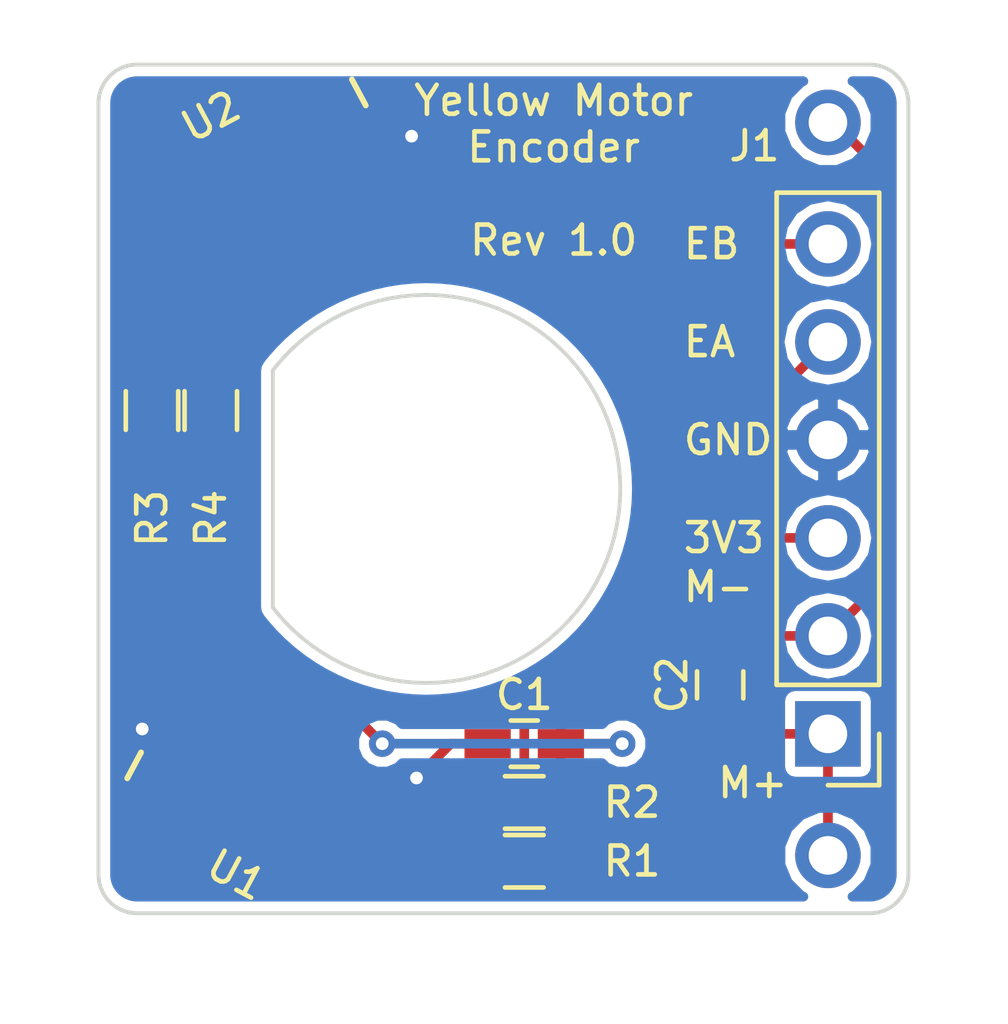
<source format=kicad_pcb>
(kicad_pcb (version 4) (host pcbnew 4.0.7-e2-6376~58~ubuntu16.04.1)

  (general
    (links 20)
    (no_connects 0)
    (area 115.938702 114.296994 142.11402 140.98759)
    (thickness 1.6)
    (drawings 246)
    (tracks 68)
    (zones 0)
    (modules 10)
    (nets 9)
  )

  (page A4)
  (layers
    (0 F.Cu signal)
    (31 B.Cu signal)
    (32 B.Adhes user)
    (33 F.Adhes user)
    (34 B.Paste user)
    (35 F.Paste user)
    (36 B.SilkS user)
    (37 F.SilkS user)
    (38 B.Mask user)
    (39 F.Mask user)
    (40 Dwgs.User user hide)
    (41 Cmts.User user)
    (42 Eco1.User user)
    (43 Eco2.User user)
    (44 Edge.Cuts user)
    (45 Margin user)
    (46 B.CrtYd user)
    (47 F.CrtYd user)
    (48 B.Fab user)
    (49 F.Fab user)
  )

  (setup
    (last_trace_width 0.25)
    (trace_clearance 0.1524)
    (zone_clearance 0.254)
    (zone_45_only no)
    (trace_min 0.1524)
    (segment_width 0.2)
    (edge_width 0.2)
    (via_size 0.6858)
    (via_drill 0.3302)
    (via_min_size 0.6858)
    (via_min_drill 0.3302)
    (uvia_size 0.6858)
    (uvia_drill 0.1)
    (uvias_allowed no)
    (uvia_min_size 0)
    (uvia_min_drill 0)
    (pcb_text_width 0.3)
    (pcb_text_size 1.5 1.5)
    (mod_edge_width 0.15)
    (mod_text_size 0.75 0.75)
    (mod_text_width 0.12)
    (pad_size 1.524 1.524)
    (pad_drill 0.762)
    (pad_to_mask_clearance 0.0508)
    (aux_axis_origin 0 0)
    (visible_elements FFFFFF7F)
    (pcbplotparams
      (layerselection 0x00030_80000001)
      (usegerberextensions false)
      (excludeedgelayer true)
      (linewidth 0.100000)
      (plotframeref false)
      (viasonmask false)
      (mode 1)
      (useauxorigin false)
      (hpglpennumber 1)
      (hpglpenspeed 20)
      (hpglpendiameter 15)
      (hpglpenoverlay 2)
      (psnegative false)
      (psa4output false)
      (plotreference true)
      (plotvalue true)
      (plotinvisibletext false)
      (padsonsilk false)
      (subtractmaskfromsilk false)
      (outputformat 1)
      (mirror false)
      (drillshape 1)
      (scaleselection 1)
      (outputdirectory ""))
  )

  (net 0 "")
  (net 1 +3V3)
  (net 2 GND)
  (net 3 /M+)
  (net 4 /M-)
  (net 5 /E_A)
  (net 6 /E_B)
  (net 7 "Net-(R1-Pad2)")
  (net 8 "Net-(R3-Pad2)")

  (net_class Default "This is the default net class."
    (clearance 0.1524)
    (trace_width 0.25)
    (via_dia 0.6858)
    (via_drill 0.3302)
    (uvia_dia 0.6858)
    (uvia_drill 0.1)
    (add_net +3V3)
    (add_net /E_A)
    (add_net /E_B)
    (add_net /M+)
    (add_net /M-)
    (add_net GND)
    (add_net "Net-(R1-Pad2)")
    (add_net "Net-(R3-Pad2)")
  )

  (module Capacitors_SMD:C_0603_HandSoldering (layer F.Cu) (tedit 5AA2F151) (tstamp 5A813794)
    (at 129.54 133.604 180)
    (descr "Capacitor SMD 0603, hand soldering")
    (tags "capacitor 0603")
    (path /5A815FA6)
    (attr smd)
    (fp_text reference C1 (at 0 1.27 180) (layer F.SilkS)
      (effects (font (size 0.75 0.75) (thickness 0.12)))
    )
    (fp_text value 0.1uF (at 0 1.5 180) (layer F.Fab)
      (effects (font (size 1 1) (thickness 0.15)))
    )
    (fp_text user %R (at 0 -1.25 180) (layer F.Fab)
      (effects (font (size 1 1) (thickness 0.15)))
    )
    (fp_line (start -0.8 0.4) (end -0.8 -0.4) (layer F.Fab) (width 0.1))
    (fp_line (start 0.8 0.4) (end -0.8 0.4) (layer F.Fab) (width 0.1))
    (fp_line (start 0.8 -0.4) (end 0.8 0.4) (layer F.Fab) (width 0.1))
    (fp_line (start -0.8 -0.4) (end 0.8 -0.4) (layer F.Fab) (width 0.1))
    (fp_line (start -0.35 -0.6) (end 0.35 -0.6) (layer F.SilkS) (width 0.12))
    (fp_line (start 0.35 0.6) (end -0.35 0.6) (layer F.SilkS) (width 0.12))
    (fp_line (start -1.8 -0.65) (end 1.8 -0.65) (layer F.CrtYd) (width 0.05))
    (fp_line (start -1.8 -0.65) (end -1.8 0.65) (layer F.CrtYd) (width 0.05))
    (fp_line (start 1.8 0.65) (end 1.8 -0.65) (layer F.CrtYd) (width 0.05))
    (fp_line (start 1.8 0.65) (end -1.8 0.65) (layer F.CrtYd) (width 0.05))
    (pad 1 smd rect (at -0.95 0 180) (size 1.2 0.75) (layers F.Cu F.Paste F.Mask)
      (net 1 +3V3))
    (pad 2 smd rect (at 0.95 0 180) (size 1.2 0.75) (layers F.Cu F.Paste F.Mask)
      (net 2 GND))
    (model Capacitors_SMD.3dshapes/C_0603.wrl
      (at (xyz 0 0 0))
      (scale (xyz 1 1 1))
      (rotate (xyz 0 0 0))
    )
  )

  (module Capacitors_SMD:C_0603_HandSoldering (layer F.Cu) (tedit 5AA2F16B) (tstamp 5A81379A)
    (at 134.62 132.08 90)
    (descr "Capacitor SMD 0603, hand soldering")
    (tags "capacitor 0603")
    (path /5A81589B)
    (attr smd)
    (fp_text reference C2 (at 0 -1.25 90) (layer F.SilkS)
      (effects (font (size 0.75 0.75) (thickness 0.12)))
    )
    (fp_text value 0.1uF (at 0 1.5 90) (layer F.Fab)
      (effects (font (size 1 1) (thickness 0.15)))
    )
    (fp_text user %R (at 0 -1.25 90) (layer F.Fab)
      (effects (font (size 1 1) (thickness 0.15)))
    )
    (fp_line (start -0.8 0.4) (end -0.8 -0.4) (layer F.Fab) (width 0.1))
    (fp_line (start 0.8 0.4) (end -0.8 0.4) (layer F.Fab) (width 0.1))
    (fp_line (start 0.8 -0.4) (end 0.8 0.4) (layer F.Fab) (width 0.1))
    (fp_line (start -0.8 -0.4) (end 0.8 -0.4) (layer F.Fab) (width 0.1))
    (fp_line (start -0.35 -0.6) (end 0.35 -0.6) (layer F.SilkS) (width 0.12))
    (fp_line (start 0.35 0.6) (end -0.35 0.6) (layer F.SilkS) (width 0.12))
    (fp_line (start -1.8 -0.65) (end 1.8 -0.65) (layer F.CrtYd) (width 0.05))
    (fp_line (start -1.8 -0.65) (end -1.8 0.65) (layer F.CrtYd) (width 0.05))
    (fp_line (start 1.8 0.65) (end 1.8 -0.65) (layer F.CrtYd) (width 0.05))
    (fp_line (start 1.8 0.65) (end -1.8 0.65) (layer F.CrtYd) (width 0.05))
    (pad 1 smd rect (at -0.95 0 90) (size 1.2 0.75) (layers F.Cu F.Paste F.Mask)
      (net 3 /M+))
    (pad 2 smd rect (at 0.95 0 90) (size 1.2 0.75) (layers F.Cu F.Paste F.Mask)
      (net 4 /M-))
    (model Capacitors_SMD.3dshapes/C_0603.wrl
      (at (xyz 0 0 0))
      (scale (xyz 1 1 1))
      (rotate (xyz 0 0 0))
    )
  )

  (module Pin_Headers:Pin_Header_Straight_1x06_Pitch2.54mm (layer F.Cu) (tedit 5AA36EEE) (tstamp 5A8137A4)
    (at 137.414 133.35 180)
    (descr "Through hole straight pin header, 1x06, 2.54mm pitch, single row")
    (tags "Through hole pin header THT 1x06 2.54mm single row")
    (path /5A8151DC)
    (fp_text reference J1 (at 1.905 15.24 180) (layer F.SilkS)
      (effects (font (size 0.75 0.75) (thickness 0.12)))
    )
    (fp_text value Conn_01x06 (at 0 15.03 180) (layer F.Fab)
      (effects (font (size 1 1) (thickness 0.15)))
    )
    (fp_line (start -0.635 -1.27) (end 1.27 -1.27) (layer F.Fab) (width 0.1))
    (fp_line (start 1.27 -1.27) (end 1.27 13.97) (layer F.Fab) (width 0.1))
    (fp_line (start 1.27 13.97) (end -1.27 13.97) (layer F.Fab) (width 0.1))
    (fp_line (start -1.27 13.97) (end -1.27 -0.635) (layer F.Fab) (width 0.1))
    (fp_line (start -1.27 -0.635) (end -0.635 -1.27) (layer F.Fab) (width 0.1))
    (fp_line (start -1.33 14.03) (end 1.33 14.03) (layer F.SilkS) (width 0.12))
    (fp_line (start -1.33 1.27) (end -1.33 14.03) (layer F.SilkS) (width 0.12))
    (fp_line (start 1.33 1.27) (end 1.33 14.03) (layer F.SilkS) (width 0.12))
    (fp_line (start -1.33 1.27) (end 1.33 1.27) (layer F.SilkS) (width 0.12))
    (fp_line (start -1.33 0) (end -1.33 -1.33) (layer F.SilkS) (width 0.12))
    (fp_line (start -1.33 -1.33) (end 0 -1.33) (layer F.SilkS) (width 0.12))
    (fp_line (start -1.8 -1.8) (end -1.8 14.5) (layer F.CrtYd) (width 0.05))
    (fp_line (start -1.8 14.5) (end 1.8 14.5) (layer F.CrtYd) (width 0.05))
    (fp_line (start 1.8 14.5) (end 1.8 -1.8) (layer F.CrtYd) (width 0.05))
    (fp_line (start 1.8 -1.8) (end -1.8 -1.8) (layer F.CrtYd) (width 0.05))
    (fp_text user %R (at 0 6.35 270) (layer F.Fab)
      (effects (font (size 1 1) (thickness 0.15)))
    )
    (pad 1 thru_hole rect (at 0 0 180) (size 1.7 1.7) (drill 1) (layers *.Cu *.Mask)
      (net 3 /M+))
    (pad 2 thru_hole oval (at 0 2.54 180) (size 1.7 1.7) (drill 1) (layers *.Cu *.Mask)
      (net 4 /M-))
    (pad 3 thru_hole oval (at 0 5.08 180) (size 1.7 1.7) (drill 1) (layers *.Cu *.Mask)
      (net 1 +3V3))
    (pad 4 thru_hole oval (at 0 7.62 180) (size 1.7 1.7) (drill 1) (layers *.Cu *.Mask)
      (net 2 GND))
    (pad 5 thru_hole oval (at 0 10.16 180) (size 1.7 1.7) (drill 1) (layers *.Cu *.Mask)
      (net 5 /E_A))
    (pad 6 thru_hole oval (at 0 12.7 180) (size 1.7 1.7) (drill 1) (layers *.Cu *.Mask)
      (net 6 /E_B))
    (model ${KISYS3DMOD}/Pin_Headers.3dshapes/Pin_Header_Straight_1x06_Pitch2.54mm.wrl
      (at (xyz 0 0 0))
      (scale (xyz 1 1 1))
      (rotate (xyz 0 0 0))
    )
  )

  (module Resistors_SMD:R_0603_HandSoldering (layer F.Cu) (tedit 5AA2ED9A) (tstamp 5A8137B0)
    (at 129.54 136.652 180)
    (descr "Resistor SMD 0603, hand soldering")
    (tags "resistor 0603")
    (path /5A812BD1)
    (attr smd)
    (fp_text reference R1 (at -2.794 0 180) (layer F.SilkS)
      (effects (font (size 0.75 0.75) (thickness 0.12)))
    )
    (fp_text value R (at 0 1.55 180) (layer F.Fab)
      (effects (font (size 1 1) (thickness 0.15)))
    )
    (fp_text user %R (at 0 0 180) (layer F.Fab)
      (effects (font (size 0.4 0.4) (thickness 0.075)))
    )
    (fp_line (start -0.8 0.4) (end -0.8 -0.4) (layer F.Fab) (width 0.1))
    (fp_line (start 0.8 0.4) (end -0.8 0.4) (layer F.Fab) (width 0.1))
    (fp_line (start 0.8 -0.4) (end 0.8 0.4) (layer F.Fab) (width 0.1))
    (fp_line (start -0.8 -0.4) (end 0.8 -0.4) (layer F.Fab) (width 0.1))
    (fp_line (start 0.5 0.68) (end -0.5 0.68) (layer F.SilkS) (width 0.12))
    (fp_line (start -0.5 -0.68) (end 0.5 -0.68) (layer F.SilkS) (width 0.12))
    (fp_line (start -1.96 -0.7) (end 1.95 -0.7) (layer F.CrtYd) (width 0.05))
    (fp_line (start -1.96 -0.7) (end -1.96 0.7) (layer F.CrtYd) (width 0.05))
    (fp_line (start 1.95 0.7) (end 1.95 -0.7) (layer F.CrtYd) (width 0.05))
    (fp_line (start 1.95 0.7) (end -1.96 0.7) (layer F.CrtYd) (width 0.05))
    (pad 1 smd rect (at -1.1 0 180) (size 1.2 0.9) (layers F.Cu F.Paste F.Mask)
      (net 1 +3V3))
    (pad 2 smd rect (at 1.1 0 180) (size 1.2 0.9) (layers F.Cu F.Paste F.Mask)
      (net 7 "Net-(R1-Pad2)"))
    (model ${KISYS3DMOD}/Resistors_SMD.3dshapes/R_0603.wrl
      (at (xyz 0 0 0))
      (scale (xyz 1 1 1))
      (rotate (xyz 0 0 0))
    )
  )

  (module Resistors_SMD:R_0603_HandSoldering (layer F.Cu) (tedit 5AA2ED99) (tstamp 5A8137B6)
    (at 129.54 135.128 180)
    (descr "Resistor SMD 0603, hand soldering")
    (tags "resistor 0603")
    (path /5A812C4C)
    (attr smd)
    (fp_text reference R2 (at -2.794 0 180) (layer F.SilkS)
      (effects (font (size 0.75 0.75) (thickness 0.12)))
    )
    (fp_text value R (at 0 1.55 180) (layer F.Fab)
      (effects (font (size 1 1) (thickness 0.15)))
    )
    (fp_text user %R (at 0 0 180) (layer F.Fab)
      (effects (font (size 0.4 0.4) (thickness 0.075)))
    )
    (fp_line (start -0.8 0.4) (end -0.8 -0.4) (layer F.Fab) (width 0.1))
    (fp_line (start 0.8 0.4) (end -0.8 0.4) (layer F.Fab) (width 0.1))
    (fp_line (start 0.8 -0.4) (end 0.8 0.4) (layer F.Fab) (width 0.1))
    (fp_line (start -0.8 -0.4) (end 0.8 -0.4) (layer F.Fab) (width 0.1))
    (fp_line (start 0.5 0.68) (end -0.5 0.68) (layer F.SilkS) (width 0.12))
    (fp_line (start -0.5 -0.68) (end 0.5 -0.68) (layer F.SilkS) (width 0.12))
    (fp_line (start -1.96 -0.7) (end 1.95 -0.7) (layer F.CrtYd) (width 0.05))
    (fp_line (start -1.96 -0.7) (end -1.96 0.7) (layer F.CrtYd) (width 0.05))
    (fp_line (start 1.95 0.7) (end 1.95 -0.7) (layer F.CrtYd) (width 0.05))
    (fp_line (start 1.95 0.7) (end -1.96 0.7) (layer F.CrtYd) (width 0.05))
    (pad 1 smd rect (at -1.1 0 180) (size 1.2 0.9) (layers F.Cu F.Paste F.Mask)
      (net 1 +3V3))
    (pad 2 smd rect (at 1.1 0 180) (size 1.2 0.9) (layers F.Cu F.Paste F.Mask)
      (net 5 /E_A))
    (model ${KISYS3DMOD}/Resistors_SMD.3dshapes/R_0603.wrl
      (at (xyz 0 0 0))
      (scale (xyz 1 1 1))
      (rotate (xyz 0 0 0))
    )
  )

  (module Resistors_SMD:R_0603_HandSoldering (layer F.Cu) (tedit 5AA2F171) (tstamp 5A8137BC)
    (at 119.888 124.968 90)
    (descr "Resistor SMD 0603, hand soldering")
    (tags "resistor 0603")
    (path /5A812D33)
    (attr smd)
    (fp_text reference R3 (at -2.794 0 90) (layer F.SilkS)
      (effects (font (size 0.75 0.75) (thickness 0.12)))
    )
    (fp_text value R (at 0 1.55 90) (layer F.Fab)
      (effects (font (size 1 1) (thickness 0.15)))
    )
    (fp_text user %R (at 0 0 90) (layer F.Fab)
      (effects (font (size 0.4 0.4) (thickness 0.075)))
    )
    (fp_line (start -0.8 0.4) (end -0.8 -0.4) (layer F.Fab) (width 0.1))
    (fp_line (start 0.8 0.4) (end -0.8 0.4) (layer F.Fab) (width 0.1))
    (fp_line (start 0.8 -0.4) (end 0.8 0.4) (layer F.Fab) (width 0.1))
    (fp_line (start -0.8 -0.4) (end 0.8 -0.4) (layer F.Fab) (width 0.1))
    (fp_line (start 0.5 0.68) (end -0.5 0.68) (layer F.SilkS) (width 0.12))
    (fp_line (start -0.5 -0.68) (end 0.5 -0.68) (layer F.SilkS) (width 0.12))
    (fp_line (start -1.96 -0.7) (end 1.95 -0.7) (layer F.CrtYd) (width 0.05))
    (fp_line (start -1.96 -0.7) (end -1.96 0.7) (layer F.CrtYd) (width 0.05))
    (fp_line (start 1.95 0.7) (end 1.95 -0.7) (layer F.CrtYd) (width 0.05))
    (fp_line (start 1.95 0.7) (end -1.96 0.7) (layer F.CrtYd) (width 0.05))
    (pad 1 smd rect (at -1.1 0 90) (size 1.2 0.9) (layers F.Cu F.Paste F.Mask)
      (net 1 +3V3))
    (pad 2 smd rect (at 1.1 0 90) (size 1.2 0.9) (layers F.Cu F.Paste F.Mask)
      (net 8 "Net-(R3-Pad2)"))
    (model ${KISYS3DMOD}/Resistors_SMD.3dshapes/R_0603.wrl
      (at (xyz 0 0 0))
      (scale (xyz 1 1 1))
      (rotate (xyz 0 0 0))
    )
  )

  (module Resistors_SMD:R_0603_HandSoldering (layer F.Cu) (tedit 5AA2F175) (tstamp 5A8137C2)
    (at 121.412 124.968 90)
    (descr "Resistor SMD 0603, hand soldering")
    (tags "resistor 0603")
    (path /5A812D60)
    (attr smd)
    (fp_text reference R4 (at -2.794 0 90) (layer F.SilkS)
      (effects (font (size 0.75 0.75) (thickness 0.12)))
    )
    (fp_text value R (at 0 1.55 90) (layer F.Fab)
      (effects (font (size 1 1) (thickness 0.15)))
    )
    (fp_text user %R (at 0 0 90) (layer F.Fab)
      (effects (font (size 0.4 0.4) (thickness 0.075)))
    )
    (fp_line (start -0.8 0.4) (end -0.8 -0.4) (layer F.Fab) (width 0.1))
    (fp_line (start 0.8 0.4) (end -0.8 0.4) (layer F.Fab) (width 0.1))
    (fp_line (start 0.8 -0.4) (end 0.8 0.4) (layer F.Fab) (width 0.1))
    (fp_line (start -0.8 -0.4) (end 0.8 -0.4) (layer F.Fab) (width 0.1))
    (fp_line (start 0.5 0.68) (end -0.5 0.68) (layer F.SilkS) (width 0.12))
    (fp_line (start -0.5 -0.68) (end 0.5 -0.68) (layer F.SilkS) (width 0.12))
    (fp_line (start -1.96 -0.7) (end 1.95 -0.7) (layer F.CrtYd) (width 0.05))
    (fp_line (start -1.96 -0.7) (end -1.96 0.7) (layer F.CrtYd) (width 0.05))
    (fp_line (start 1.95 0.7) (end 1.95 -0.7) (layer F.CrtYd) (width 0.05))
    (fp_line (start 1.95 0.7) (end -1.96 0.7) (layer F.CrtYd) (width 0.05))
    (pad 1 smd rect (at -1.1 0 90) (size 1.2 0.9) (layers F.Cu F.Paste F.Mask)
      (net 1 +3V3))
    (pad 2 smd rect (at 1.1 0 90) (size 1.2 0.9) (layers F.Cu F.Paste F.Mask)
      (net 6 /E_B))
    (model ${KISYS3DMOD}/Resistors_SMD.3dshapes/R_0603.wrl
      (at (xyz 0 0 0))
      (scale (xyz 1 1 1))
      (rotate (xyz 0 0 0))
    )
  )

  (module Encoder_Lib:Yellow_Motor (layer F.Cu) (tedit 5AA2EDAE) (tstamp 5A8137AA)
    (at 137.414 127 90)
    (path /5A8153C2)
    (fp_text reference M1 (at 9.652 -2.54 180) (layer F.SilkS) hide
      (effects (font (size 0.75 0.75) (thickness 0.12)))
    )
    (fp_text value Motor (at 0 0.635 90) (layer F.Fab)
      (effects (font (size 1 1) (thickness 0.15)))
    )
    (pad 1 thru_hole circle (at -9.5 0 90) (size 1.7 1.7) (drill 1) (layers *.Cu *.Mask)
      (net 3 /M+))
    (pad 2 thru_hole circle (at 9.5 0 90) (size 1.7 1.7) (drill 1) (layers *.Cu *.Mask)
      (net 4 /M-))
  )

  (module Encoder_Lib:QRE1113GR (layer F.Cu) (tedit 5AA2F0C9) (tstamp 5A8137D2)
    (at 122.757 119.063 208.1)
    (path /5A8127DC)
    (fp_text reference U2 (at 0.378675 2.146359 208.1) (layer F.SilkS)
      (effects (font (size 0.75 0.75) (thickness 0.12)))
    )
    (fp_text value QRE1113GR (at 1.27 2.794 208.1) (layer F.Fab)
      (effects (font (size 1 1) (thickness 0.15)))
    )
    (fp_line (start -3.302 1.27) (end -3.302 0.508) (layer F.SilkS) (width 0.15))
    (pad 1 smd rect (at -2 0.9 208.1) (size 1.66 0.79) (layers F.Cu F.Paste F.Mask)
      (net 2 GND))
    (pad 2 smd rect (at 2 0.9 208.1) (size 1.66 0.79) (layers F.Cu F.Paste F.Mask)
      (net 8 "Net-(R3-Pad2)"))
    (pad 3 smd rect (at 2 -0.9 208.1) (size 1.66 0.79) (layers F.Cu F.Paste F.Mask)
      (net 6 /E_B))
    (pad 4 smd rect (at -2 -0.9 208.1) (size 1.66 0.79) (layers F.Cu F.Paste F.Mask)
      (net 2 GND))
  )

  (module Encoder_Lib:QRE1113GR (layer F.Cu) (tedit 5AA2F0C9) (tstamp 5A8137CA)
    (at 122.757 134.937 331.9)
    (path /5A8127AF)
    (fp_text reference U1 (at 0.378675 2.146359 331.9) (layer F.SilkS)
      (effects (font (size 0.75 0.75) (thickness 0.12)))
    )
    (fp_text value QRE1113GR (at 1.27 2.794 331.9) (layer F.Fab)
      (effects (font (size 1 1) (thickness 0.15)))
    )
    (fp_line (start -3.302 1.27) (end -3.302 0.508) (layer F.SilkS) (width 0.15))
    (pad 1 smd rect (at -2 0.9 331.9) (size 1.66 0.79) (layers F.Cu F.Paste F.Mask)
      (net 2 GND))
    (pad 2 smd rect (at 2 0.9 331.9) (size 1.66 0.79) (layers F.Cu F.Paste F.Mask)
      (net 7 "Net-(R1-Pad2)"))
    (pad 3 smd rect (at 2 -0.9 331.9) (size 1.66 0.79) (layers F.Cu F.Paste F.Mask)
      (net 5 /E_A))
    (pad 4 smd rect (at -2 -0.9 331.9) (size 1.66 0.79) (layers F.Cu F.Paste F.Mask)
      (net 2 GND))
  )

  (gr_line (start 127 132.03) (end 126.684189 132.02007) (layer Edge.Cuts) (width 0.1))
  (gr_line (start 127.315826 132.02007) (end 127 132.03) (layer Edge.Cuts) (width 0.1))
  (gr_line (start 127.630417 131.99033) (end 127.315826 132.02007) (layer Edge.Cuts) (width 0.1))
  (gr_line (start 127.94252 131.9409) (end 127.630417 131.99033) (layer Edge.Cuts) (width 0.1))
  (gr_line (start 128.2509 131.87196) (end 127.94252 131.9409) (layer Edge.Cuts) (width 0.1))
  (gr_line (start 128.55435 131.78381) (end 128.2509 131.87196) (layer Edge.Cuts) (width 0.1))
  (gr_line (start 128.85165 131.67677) (end 128.55435 131.78381) (layer Edge.Cuts) (width 0.1))
  (gr_line (start 129.14166 131.55127) (end 128.85165 131.67677) (layer Edge.Cuts) (width 0.1))
  (gr_line (start 129.42322 131.40782) (end 129.14166 131.55127) (layer Edge.Cuts) (width 0.1))
  (gr_line (start 129.69521 131.24696) (end 129.42322 131.40782) (layer Edge.Cuts) (width 0.1))
  (gr_line (start 129.95656 131.06935) (end 129.69521 131.24696) (layer Edge.Cuts) (width 0.1))
  (gr_line (start 130.20624 130.87567) (end 129.95656 131.06935) (layer Edge.Cuts) (width 0.1))
  (gr_line (start 130.44327 130.6667) (end 130.20624 130.87567) (layer Edge.Cuts) (width 0.1))
  (gr_line (start 130.6667 130.44325) (end 130.44327 130.6667) (layer Edge.Cuts) (width 0.1))
  (gr_line (start 130.87567 130.20622) (end 130.6667 130.44325) (layer Edge.Cuts) (width 0.1))
  (gr_line (start 131.06935 129.95654) (end 130.87567 130.20622) (layer Edge.Cuts) (width 0.1))
  (gr_line (start 131.24696 129.69519) (end 131.06935 129.95654) (layer Edge.Cuts) (width 0.1))
  (gr_line (start 131.40782 129.4232) (end 131.24696 129.69519) (layer Edge.Cuts) (width 0.1))
  (gr_line (start 131.55127 129.14165) (end 131.40782 129.4232) (layer Edge.Cuts) (width 0.1))
  (gr_line (start 131.67677 128.85164) (end 131.55127 129.14165) (layer Edge.Cuts) (width 0.1))
  (gr_line (start 131.78381 128.55434) (end 131.67677 128.85164) (layer Edge.Cuts) (width 0.1))
  (gr_line (start 131.87196 128.25089) (end 131.78381 128.55434) (layer Edge.Cuts) (width 0.1))
  (gr_line (start 131.9409 127.942505) (end 131.87196 128.25089) (layer Edge.Cuts) (width 0.1))
  (gr_line (start 131.99033 127.630402) (end 131.9409 127.942505) (layer Edge.Cuts) (width 0.1))
  (gr_line (start 132.02007 127.315811) (end 131.99033 127.630402) (layer Edge.Cuts) (width 0.1))
  (gr_line (start 132.03 127) (end 132.02007 127.315811) (layer Edge.Cuts) (width 0.1))
  (gr_line (start 132.02007 126.684174) (end 132.03 127) (layer Edge.Cuts) (width 0.1))
  (gr_line (start 131.99033 126.369583) (end 132.02007 126.684174) (layer Edge.Cuts) (width 0.1))
  (gr_line (start 131.9409 126.05748) (end 131.99033 126.369583) (layer Edge.Cuts) (width 0.1))
  (gr_line (start 131.87196 125.7491) (end 131.9409 126.05748) (layer Edge.Cuts) (width 0.1))
  (gr_line (start 131.78381 125.44565) (end 131.87196 125.7491) (layer Edge.Cuts) (width 0.1))
  (gr_line (start 131.67677 125.14835) (end 131.78381 125.44565) (layer Edge.Cuts) (width 0.1))
  (gr_line (start 131.55127 124.85834) (end 131.67677 125.14835) (layer Edge.Cuts) (width 0.1))
  (gr_line (start 131.40782 124.57678) (end 131.55127 124.85834) (layer Edge.Cuts) (width 0.1))
  (gr_line (start 131.24696 124.30479) (end 131.40782 124.57678) (layer Edge.Cuts) (width 0.1))
  (gr_line (start 131.06935 124.04344) (end 131.24696 124.30479) (layer Edge.Cuts) (width 0.1))
  (gr_line (start 130.87567 123.79376) (end 131.06935 124.04344) (layer Edge.Cuts) (width 0.1))
  (gr_line (start 130.6667 123.55673) (end 130.87567 123.79376) (layer Edge.Cuts) (width 0.1))
  (gr_line (start 130.44325 123.3333) (end 130.6667 123.55673) (layer Edge.Cuts) (width 0.1))
  (gr_line (start 130.20622 123.12433) (end 130.44325 123.3333) (layer Edge.Cuts) (width 0.1))
  (gr_line (start 129.95654 122.93065) (end 130.20622 123.12433) (layer Edge.Cuts) (width 0.1))
  (gr_line (start 129.69519 122.75304) (end 129.95654 122.93065) (layer Edge.Cuts) (width 0.1))
  (gr_line (start 129.4232 122.59218) (end 129.69519 122.75304) (layer Edge.Cuts) (width 0.1))
  (gr_line (start 129.14165 122.44873) (end 129.4232 122.59218) (layer Edge.Cuts) (width 0.1))
  (gr_line (start 128.85164 122.32323) (end 129.14165 122.44873) (layer Edge.Cuts) (width 0.1))
  (gr_line (start 128.55434 122.21619) (end 128.85164 122.32323) (layer Edge.Cuts) (width 0.1))
  (gr_line (start 128.25089 122.12804) (end 128.55434 122.21619) (layer Edge.Cuts) (width 0.1))
  (gr_line (start 127.942505 122.0591) (end 128.25089 122.12804) (layer Edge.Cuts) (width 0.1))
  (gr_line (start 127.630402 122.00967) (end 127.942505 122.0591) (layer Edge.Cuts) (width 0.1))
  (gr_line (start 127.315811 121.97993) (end 127.630402 122.00967) (layer Edge.Cuts) (width 0.1))
  (gr_line (start 127 121.97) (end 127.315811 121.97993) (layer Edge.Cuts) (width 0.1))
  (gr_line (start 126.684174 121.97993) (end 127 121.97) (layer Edge.Cuts) (width 0.1))
  (gr_line (start 126.369583 122.00967) (end 126.684174 121.97993) (layer Edge.Cuts) (width 0.1))
  (gr_line (start 126.05748 122.0591) (end 126.369583 122.00967) (layer Edge.Cuts) (width 0.1))
  (gr_line (start 125.7491 122.12804) (end 126.05748 122.0591) (layer Edge.Cuts) (width 0.1))
  (gr_line (start 125.44565 122.21619) (end 125.7491 122.12804) (layer Edge.Cuts) (width 0.1))
  (gr_line (start 125.14835 122.32323) (end 125.44565 122.21619) (layer Edge.Cuts) (width 0.1))
  (gr_line (start 124.85834 122.44873) (end 125.14835 122.32323) (layer Edge.Cuts) (width 0.1))
  (gr_line (start 124.57678 122.59218) (end 124.85834 122.44873) (layer Edge.Cuts) (width 0.1))
  (gr_line (start 124.30479 122.75304) (end 124.57678 122.59218) (layer Edge.Cuts) (width 0.1))
  (gr_line (start 124.04344 122.93065) (end 124.30479 122.75304) (layer Edge.Cuts) (width 0.1))
  (gr_line (start 123.79376 123.12433) (end 124.04344 122.93065) (layer Edge.Cuts) (width 0.1))
  (gr_line (start 123.55673 123.3333) (end 123.79376 123.12433) (layer Edge.Cuts) (width 0.1))
  (gr_line (start 123.3333 123.55675) (end 123.55673 123.3333) (layer Edge.Cuts) (width 0.1))
  (gr_line (start 123.12433 123.79378) (end 123.3333 123.55675) (layer Edge.Cuts) (width 0.1))
  (gr_line (start 123.02 123.92827) (end 123.12433 123.79378) (layer Edge.Cuts) (width 0.1))
  (gr_line (start 123.02 130.07175) (end 123.02 123.92827) (layer Edge.Cuts) (width 0.1))
  (gr_line (start 123.12433 130.20624) (end 123.02 130.07175) (layer Edge.Cuts) (width 0.1))
  (gr_line (start 123.3333 130.44327) (end 123.12433 130.20624) (layer Edge.Cuts) (width 0.1))
  (gr_line (start 123.55675 130.6667) (end 123.3333 130.44327) (layer Edge.Cuts) (width 0.1))
  (gr_line (start 123.79378 130.87567) (end 123.55675 130.6667) (layer Edge.Cuts) (width 0.1))
  (gr_line (start 124.04346 131.06935) (end 123.79378 130.87567) (layer Edge.Cuts) (width 0.1))
  (gr_line (start 124.30481 131.24696) (end 124.04346 131.06935) (layer Edge.Cuts) (width 0.1))
  (gr_line (start 124.5768 131.40782) (end 124.30481 131.24696) (layer Edge.Cuts) (width 0.1))
  (gr_line (start 124.85835 131.55127) (end 124.5768 131.40782) (layer Edge.Cuts) (width 0.1))
  (gr_line (start 125.14836 131.67677) (end 124.85835 131.55127) (layer Edge.Cuts) (width 0.1))
  (gr_line (start 125.44566 131.78381) (end 125.14836 131.67677) (layer Edge.Cuts) (width 0.1))
  (gr_line (start 125.74911 131.87196) (end 125.44566 131.78381) (layer Edge.Cuts) (width 0.1))
  (gr_line (start 126.057495 131.9409) (end 125.74911 131.87196) (layer Edge.Cuts) (width 0.1))
  (gr_line (start 126.369598 131.99033) (end 126.057495 131.9409) (layer Edge.Cuts) (width 0.1))
  (gr_line (start 126.684189 132.02007) (end 126.369598 131.99033) (layer Edge.Cuts) (width 0.1))
  (gr_line (start 138.5 138) (end 138.5628 137.998) (layer Edge.Cuts) (width 0.1))
  (gr_line (start 119.5 138) (end 138.5 138) (layer Edge.Cuts) (width 0.1))
  (gr_line (start 119.43721 137.998) (end 119.5 138) (layer Edge.Cuts) (width 0.1))
  (gr_line (start 119.37468 137.9921) (end 119.43721 137.998) (layer Edge.Cuts) (width 0.1))
  (gr_line (start 119.31262 137.9823) (end 119.37468 137.9921) (layer Edge.Cuts) (width 0.1))
  (gr_line (start 119.25131 137.9686) (end 119.31262 137.9823) (layer Edge.Cuts) (width 0.1))
  (gr_line (start 119.19099 137.951) (end 119.25131 137.9686) (layer Edge.Cuts) (width 0.1))
  (gr_line (start 119.13188 137.9298) (end 119.19099 137.951) (layer Edge.Cuts) (width 0.1))
  (gr_line (start 119.07423 137.9048) (end 119.13188 137.9298) (layer Edge.Cuts) (width 0.1))
  (gr_line (start 119.01825 137.8763) (end 119.07423 137.9048) (layer Edge.Cuts) (width 0.1))
  (gr_line (start 118.96419 137.8443) (end 119.01825 137.8763) (layer Edge.Cuts) (width 0.1))
  (gr_line (start 118.91222 137.809) (end 118.96419 137.8443) (layer Edge.Cuts) (width 0.1))
  (gr_line (start 118.86258 137.7705) (end 118.91222 137.809) (layer Edge.Cuts) (width 0.1))
  (gr_line (start 118.81546 137.729) (end 118.86258 137.7705) (layer Edge.Cuts) (width 0.1))
  (gr_line (start 118.77104 137.6845) (end 118.81546 137.729) (layer Edge.Cuts) (width 0.1))
  (gr_line (start 118.72949 137.6374) (end 118.77104 137.6845) (layer Edge.Cuts) (width 0.1))
  (gr_line (start 118.69099 137.5878) (end 118.72949 137.6374) (layer Edge.Cuts) (width 0.1))
  (gr_line (start 118.65569 137.5358) (end 118.69099 137.5878) (layer Edge.Cuts) (width 0.1))
  (gr_line (start 118.6237 137.4818) (end 118.65569 137.5358) (layer Edge.Cuts) (width 0.1))
  (gr_line (start 118.59518 137.4258) (end 118.6237 137.4818) (layer Edge.Cuts) (width 0.1))
  (gr_line (start 118.57024 137.3681) (end 118.59518 137.4258) (layer Edge.Cuts) (width 0.1))
  (gr_line (start 118.54895 137.309) (end 118.57024 137.3681) (layer Edge.Cuts) (width 0.1))
  (gr_line (start 118.53142 137.2487) (end 118.54895 137.309) (layer Edge.Cuts) (width 0.1))
  (gr_line (start 118.51772 137.1874) (end 118.53142 137.2487) (layer Edge.Cuts) (width 0.1))
  (gr_line (start 118.50789 137.1253) (end 118.51772 137.1874) (layer Edge.Cuts) (width 0.1))
  (gr_line (start 118.50198 137.0628) (end 118.50789 137.1253) (layer Edge.Cuts) (width 0.1))
  (gr_line (start 118.5 137) (end 118.50198 137.0628) (layer Edge.Cuts) (width 0.1))
  (gr_line (start 118.5 117) (end 118.5 137) (layer Edge.Cuts) (width 0.1))
  (gr_line (start 118.50198 116.9372) (end 118.5 117) (layer Edge.Cuts) (width 0.1))
  (gr_line (start 118.50789 116.8747) (end 118.50198 116.9372) (layer Edge.Cuts) (width 0.1))
  (gr_line (start 118.51772 116.8126) (end 118.50789 116.8747) (layer Edge.Cuts) (width 0.1))
  (gr_line (start 118.53142 116.7513) (end 118.51772 116.8126) (layer Edge.Cuts) (width 0.1))
  (gr_line (start 118.54895 116.691) (end 118.53142 116.7513) (layer Edge.Cuts) (width 0.1))
  (gr_line (start 118.57024 116.6319) (end 118.54895 116.691) (layer Edge.Cuts) (width 0.1))
  (gr_line (start 118.59518 116.5742) (end 118.57024 116.6319) (layer Edge.Cuts) (width 0.1))
  (gr_line (start 118.6237 116.5182) (end 118.59518 116.5742) (layer Edge.Cuts) (width 0.1))
  (gr_line (start 118.65569 116.4642) (end 118.6237 116.5182) (layer Edge.Cuts) (width 0.1))
  (gr_line (start 118.69099 116.4122) (end 118.65569 116.4642) (layer Edge.Cuts) (width 0.1))
  (gr_line (start 118.72949 116.3626) (end 118.69099 116.4122) (layer Edge.Cuts) (width 0.1))
  (gr_line (start 118.77104 116.3155) (end 118.72949 116.3626) (layer Edge.Cuts) (width 0.1))
  (gr_line (start 118.81546 116.271) (end 118.77104 116.3155) (layer Edge.Cuts) (width 0.1))
  (gr_line (start 118.86258 116.2295) (end 118.81546 116.271) (layer Edge.Cuts) (width 0.1))
  (gr_line (start 118.91222 116.191) (end 118.86258 116.2295) (layer Edge.Cuts) (width 0.1))
  (gr_line (start 118.96419 116.1557) (end 118.91222 116.191) (layer Edge.Cuts) (width 0.1))
  (gr_line (start 119.01825 116.1237) (end 118.96419 116.1557) (layer Edge.Cuts) (width 0.1))
  (gr_line (start 119.07423 116.0952) (end 119.01825 116.1237) (layer Edge.Cuts) (width 0.1))
  (gr_line (start 119.13188 116.0702) (end 119.07423 116.0952) (layer Edge.Cuts) (width 0.1))
  (gr_line (start 119.19099 116.049) (end 119.13188 116.0702) (layer Edge.Cuts) (width 0.1))
  (gr_line (start 119.25131 116.0314) (end 119.19099 116.049) (layer Edge.Cuts) (width 0.1))
  (gr_line (start 119.31262 116.0177) (end 119.25131 116.0314) (layer Edge.Cuts) (width 0.1))
  (gr_line (start 119.37468 116.0079) (end 119.31262 116.0177) (layer Edge.Cuts) (width 0.1))
  (gr_line (start 119.43721 116.002) (end 119.37468 116.0079) (layer Edge.Cuts) (width 0.1))
  (gr_line (start 119.5 116) (end 119.43721 116.002) (layer Edge.Cuts) (width 0.1))
  (gr_line (start 138.5 116) (end 119.5 116) (layer Edge.Cuts) (width 0.1))
  (gr_line (start 138.5628 116.002) (end 138.5 116) (layer Edge.Cuts) (width 0.1))
  (gr_line (start 138.6253 116.0079) (end 138.5628 116.002) (layer Edge.Cuts) (width 0.1))
  (gr_line (start 138.6874 116.0177) (end 138.6253 116.0079) (layer Edge.Cuts) (width 0.1))
  (gr_line (start 138.7487 116.0314) (end 138.6874 116.0177) (layer Edge.Cuts) (width 0.1))
  (gr_line (start 138.809 116.049) (end 138.7487 116.0314) (layer Edge.Cuts) (width 0.1))
  (gr_line (start 138.8681 116.0702) (end 138.809 116.049) (layer Edge.Cuts) (width 0.1))
  (gr_line (start 138.9258 116.0952) (end 138.8681 116.0702) (layer Edge.Cuts) (width 0.1))
  (gr_line (start 138.9818 116.1237) (end 138.9258 116.0952) (layer Edge.Cuts) (width 0.1))
  (gr_line (start 139.0358 116.1557) (end 138.9818 116.1237) (layer Edge.Cuts) (width 0.1))
  (gr_line (start 139.0878 116.191) (end 139.0358 116.1557) (layer Edge.Cuts) (width 0.1))
  (gr_line (start 139.1374 116.2295) (end 139.0878 116.191) (layer Edge.Cuts) (width 0.1))
  (gr_line (start 139.1845 116.271) (end 139.1374 116.2295) (layer Edge.Cuts) (width 0.1))
  (gr_line (start 139.229 116.3155) (end 139.1845 116.271) (layer Edge.Cuts) (width 0.1))
  (gr_line (start 139.2705 116.3626) (end 139.229 116.3155) (layer Edge.Cuts) (width 0.1))
  (gr_line (start 139.309 116.4122) (end 139.2705 116.3626) (layer Edge.Cuts) (width 0.1))
  (gr_line (start 139.3443 116.4642) (end 139.309 116.4122) (layer Edge.Cuts) (width 0.1))
  (gr_line (start 139.3763 116.5182) (end 139.3443 116.4642) (layer Edge.Cuts) (width 0.1))
  (gr_line (start 139.4048 116.5742) (end 139.3763 116.5182) (layer Edge.Cuts) (width 0.1))
  (gr_line (start 139.4298 116.6319) (end 139.4048 116.5742) (layer Edge.Cuts) (width 0.1))
  (gr_line (start 139.451 116.691) (end 139.4298 116.6319) (layer Edge.Cuts) (width 0.1))
  (gr_line (start 139.4686 116.7513) (end 139.451 116.691) (layer Edge.Cuts) (width 0.1))
  (gr_line (start 139.4823 116.8126) (end 139.4686 116.7513) (layer Edge.Cuts) (width 0.1))
  (gr_line (start 139.4921 116.8747) (end 139.4823 116.8126) (layer Edge.Cuts) (width 0.1))
  (gr_line (start 139.498 116.9372) (end 139.4921 116.8747) (layer Edge.Cuts) (width 0.1))
  (gr_line (start 139.5 117) (end 139.498 116.9372) (layer Edge.Cuts) (width 0.1))
  (gr_line (start 139.5 137) (end 139.5 117) (layer Edge.Cuts) (width 0.1))
  (gr_line (start 139.498 137.0628) (end 139.5 137) (layer Edge.Cuts) (width 0.1))
  (gr_line (start 139.4921 137.1253) (end 139.498 137.0628) (layer Edge.Cuts) (width 0.1))
  (gr_line (start 139.4823 137.1874) (end 139.4921 137.1253) (layer Edge.Cuts) (width 0.1))
  (gr_line (start 139.4686 137.2487) (end 139.4823 137.1874) (layer Edge.Cuts) (width 0.1))
  (gr_line (start 139.451 137.309) (end 139.4686 137.2487) (layer Edge.Cuts) (width 0.1))
  (gr_line (start 139.4298 137.3681) (end 139.451 137.309) (layer Edge.Cuts) (width 0.1))
  (gr_line (start 139.4048 137.4258) (end 139.4298 137.3681) (layer Edge.Cuts) (width 0.1))
  (gr_line (start 139.3763 137.4818) (end 139.4048 137.4258) (layer Edge.Cuts) (width 0.1))
  (gr_line (start 139.3443 137.5358) (end 139.3763 137.4818) (layer Edge.Cuts) (width 0.1))
  (gr_line (start 139.309 137.5878) (end 139.3443 137.5358) (layer Edge.Cuts) (width 0.1))
  (gr_line (start 139.2705 137.6374) (end 139.309 137.5878) (layer Edge.Cuts) (width 0.1))
  (gr_line (start 139.229 137.6845) (end 139.2705 137.6374) (layer Edge.Cuts) (width 0.1))
  (gr_line (start 139.1845 137.729) (end 139.229 137.6845) (layer Edge.Cuts) (width 0.1))
  (gr_line (start 139.1374 137.7705) (end 139.1845 137.729) (layer Edge.Cuts) (width 0.1))
  (gr_line (start 139.0878 137.809) (end 139.1374 137.7705) (layer Edge.Cuts) (width 0.1))
  (gr_line (start 139.0358 137.8443) (end 139.0878 137.809) (layer Edge.Cuts) (width 0.1))
  (gr_line (start 138.9818 137.8763) (end 139.0358 137.8443) (layer Edge.Cuts) (width 0.1))
  (gr_line (start 138.9258 137.9048) (end 138.9818 137.8763) (layer Edge.Cuts) (width 0.1))
  (gr_line (start 138.8681 137.9298) (end 138.9258 137.9048) (layer Edge.Cuts) (width 0.1))
  (gr_line (start 138.809 137.951) (end 138.8681 137.9298) (layer Edge.Cuts) (width 0.1))
  (gr_line (start 138.7487 137.9686) (end 138.809 137.951) (layer Edge.Cuts) (width 0.1))
  (gr_line (start 138.6874 137.9823) (end 138.7487 137.9686) (layer Edge.Cuts) (width 0.1))
  (gr_line (start 138.6253 137.9921) (end 138.6874 137.9823) (layer Edge.Cuts) (width 0.1))
  (gr_line (start 138.5628 137.998) (end 138.6253 137.9921) (layer Edge.Cuts) (width 0.1))
  (gr_text "Yellow Motor\nEncoder\n\nRev 1.0" (at 130.302 118.745) (layer F.SilkS)
    (effects (font (size 0.75 0.75) (thickness 0.12)))
  )
  (gr_text M- (at 133.604 129.54) (layer F.SilkS)
    (effects (font (size 0.75 0.75) (thickness 0.12)) (justify left))
  )
  (gr_text M+ (at 134.493 134.62) (layer F.SilkS)
    (effects (font (size 0.75 0.75) (thickness 0.12)) (justify left))
  )
  (gr_text 3V3 (at 133.604 128.27) (layer F.SilkS)
    (effects (font (size 0.75 0.75) (thickness 0.12)) (justify left))
  )
  (gr_text GND (at 133.604 125.73) (layer F.SilkS)
    (effects (font (size 0.75 0.75) (thickness 0.12)) (justify left))
  )
  (gr_text EB (at 133.604 120.65) (layer F.SilkS)
    (effects (font (size 0.75 0.75) (thickness 0.12)) (justify left))
  )
  (gr_text EA (at 133.604 123.19) (layer F.SilkS)
    (effects (font (size 0.75 0.75) (thickness 0.12)) (justify left))
  )
  (gr_line (start 127 138) (end 127.690689 137.9783) (layer Dwgs.User) (width 0.1))
  (gr_line (start 126.309311 137.9783) (end 127 138) (layer Dwgs.User) (width 0.1))
  (gr_line (start 125.62134 137.9133) (end 126.309311 137.9783) (layer Dwgs.User) (width 0.1))
  (gr_line (start 124.93881 137.8051) (end 125.62134 137.9133) (layer Dwgs.User) (width 0.1))
  (gr_line (start 124.26442 137.6544) (end 124.93881 137.8051) (layer Dwgs.User) (width 0.1))
  (gr_line (start 123.60081 137.4616) (end 124.26442 137.6544) (layer Dwgs.User) (width 0.1))
  (gr_line (start 122.95064 137.2275) (end 123.60081 137.4616) (layer Dwgs.User) (width 0.1))
  (gr_line (start 122.31644 136.95309) (end 122.95064 137.2275) (layer Dwgs.User) (width 0.1))
  (gr_line (start 121.70071 136.63936) (end 122.31644 136.95309) (layer Dwgs.User) (width 0.1))
  (gr_line (start 121.10591 136.2876) (end 121.70071 136.63936) (layer Dwgs.User) (width 0.1))
  (gr_line (start 120.53436 135.89919) (end 121.10591 136.2876) (layer Dwgs.User) (width 0.1))
  (gr_line (start 119.98834 135.47563) (end 120.53436 135.89919) (layer Dwgs.User) (width 0.1))
  (gr_line (start 119.5 135.0451) (end 119.98834 135.47563) (layer Dwgs.User) (width 0.1))
  (gr_line (start 119.5 118.9549) (end 119.5 135.0451) (layer Dwgs.User) (width 0.1))
  (gr_line (start 119.98834 118.52437) (end 119.5 118.9549) (layer Dwgs.User) (width 0.1))
  (gr_line (start 120.53436 118.10081) (end 119.98834 118.52437) (layer Dwgs.User) (width 0.1))
  (gr_line (start 121.10591 117.7124) (end 120.53436 118.10081) (layer Dwgs.User) (width 0.1))
  (gr_line (start 121.70071 117.36064) (end 121.10591 117.7124) (layer Dwgs.User) (width 0.1))
  (gr_line (start 122.31644 117.04691) (end 121.70071 117.36064) (layer Dwgs.User) (width 0.1))
  (gr_line (start 122.95064 116.7725) (end 122.31644 117.04691) (layer Dwgs.User) (width 0.1))
  (gr_line (start 123.60081 116.5384) (end 122.95064 116.7725) (layer Dwgs.User) (width 0.1))
  (gr_line (start 124.26442 116.3456) (end 123.60081 116.5384) (layer Dwgs.User) (width 0.1))
  (gr_line (start 124.93881 116.1949) (end 124.26442 116.3456) (layer Dwgs.User) (width 0.1))
  (gr_line (start 125.62134 116.0867) (end 124.93881 116.1949) (layer Dwgs.User) (width 0.1))
  (gr_line (start 126.309311 116.0217) (end 125.62134 116.0867) (layer Dwgs.User) (width 0.1))
  (gr_line (start 127 116) (end 126.309311 116.0217) (layer Dwgs.User) (width 0.1))
  (gr_line (start 127.690689 116.0217) (end 127 116) (layer Dwgs.User) (width 0.1))
  (gr_line (start 128.37866 116.0867) (end 127.690689 116.0217) (layer Dwgs.User) (width 0.1))
  (gr_line (start 129.06119 116.1949) (end 128.37866 116.0867) (layer Dwgs.User) (width 0.1))
  (gr_line (start 129.73558 116.3456) (end 129.06119 116.1949) (layer Dwgs.User) (width 0.1))
  (gr_line (start 130.39919 116.5384) (end 129.73558 116.3456) (layer Dwgs.User) (width 0.1))
  (gr_line (start 131.04936 116.7725) (end 130.39919 116.5384) (layer Dwgs.User) (width 0.1))
  (gr_line (start 131.68356 117.04691) (end 131.04936 116.7725) (layer Dwgs.User) (width 0.1))
  (gr_line (start 132.29929 117.36064) (end 131.68356 117.04691) (layer Dwgs.User) (width 0.1))
  (gr_line (start 132.89409 117.7124) (end 132.29929 117.36064) (layer Dwgs.User) (width 0.1))
  (gr_line (start 133.46564 118.10081) (end 132.89409 117.7124) (layer Dwgs.User) (width 0.1))
  (gr_line (start 134.01166 118.52437) (end 133.46564 118.10081) (layer Dwgs.User) (width 0.1))
  (gr_line (start 134.5 118.9549) (end 134.01166 118.52437) (layer Dwgs.User) (width 0.1))
  (gr_line (start 134.5 135.0451) (end 134.5 118.9549) (layer Dwgs.User) (width 0.1))
  (gr_line (start 134.01166 135.47563) (end 134.5 135.0451) (layer Dwgs.User) (width 0.1))
  (gr_line (start 133.46564 135.89919) (end 134.01166 135.47563) (layer Dwgs.User) (width 0.1))
  (gr_line (start 132.89409 136.2876) (end 133.46564 135.89919) (layer Dwgs.User) (width 0.1))
  (gr_line (start 132.29929 136.63936) (end 132.89409 136.2876) (layer Dwgs.User) (width 0.1))
  (gr_line (start 131.68356 136.95309) (end 132.29929 136.63936) (layer Dwgs.User) (width 0.1))
  (gr_line (start 131.04936 137.2275) (end 131.68356 136.95309) (layer Dwgs.User) (width 0.1))
  (gr_line (start 130.39919 137.4616) (end 131.04936 137.2275) (layer Dwgs.User) (width 0.1))
  (gr_line (start 129.73558 137.6544) (end 130.39919 137.4616) (layer Dwgs.User) (width 0.1))
  (gr_line (start 129.06119 137.8051) (end 129.73558 137.6544) (layer Dwgs.User) (width 0.1))
  (gr_line (start 128.37866 137.9133) (end 129.06119 137.8051) (layer Dwgs.User) (width 0.1))
  (gr_line (start 127.690689 137.9783) (end 128.37866 137.9133) (layer Dwgs.User) (width 0.1))
  (gr_line (start 134 119) (end 134 135) (layer Dwgs.User) (width 0.1))
  (gr_line (start 135 119) (end 134 119) (layer Dwgs.User) (width 0.1))
  (gr_line (start 135 135) (end 135 119) (layer Dwgs.User) (width 0.1))
  (gr_line (start 134 135) (end 135 135) (layer Dwgs.User) (width 0.1))

  (segment (start 129.54 133.604) (end 125.857 133.604) (width 0.25) (layer B.Cu) (net 1))
  (segment (start 125.857 133.604) (end 124.841 132.588) (width 0.25) (layer F.Cu) (net 1) (tstamp 5AA36F65))
  (via (at 125.857 133.604) (size 0.6858) (drill 0.3302) (layers F.Cu B.Cu) (net 1))
  (segment (start 124.841 132.588) (end 121.412 129.159) (width 0.25) (layer F.Cu) (net 1) (tstamp 5AA2ECB8))
  (segment (start 132.08 133.604) (end 129.794 133.604) (width 0.25) (layer B.Cu) (net 1))
  (segment (start 129.794 133.604) (end 129.54 133.604) (width 0.25) (layer B.Cu) (net 1) (tstamp 5AA36F50))
  (via (at 132.08 133.604) (size 0.6858) (drill 0.3302) (layers F.Cu B.Cu) (net 1))
  (segment (start 130.49 133.604) (end 132.08 133.604) (width 0.25) (layer F.Cu) (net 1))
  (segment (start 130.49 133.604) (end 130.49 132.654) (width 0.25) (layer F.Cu) (net 1))
  (segment (start 130.49 132.654) (end 134.874 128.27) (width 0.25) (layer F.Cu) (net 1) (tstamp 5AA2EC2C))
  (segment (start 134.874 128.27) (end 135.636 128.27) (width 0.25) (layer F.Cu) (net 1) (tstamp 5AA2EC31))
  (segment (start 130.49 133.604) (end 130.49 134.978) (width 0.25) (layer F.Cu) (net 1))
  (segment (start 130.49 134.978) (end 130.64 135.128) (width 0.25) (layer F.Cu) (net 1) (tstamp 5AA2EBFD))
  (segment (start 130.64 136.652) (end 130.64 135.128) (width 0.25) (layer F.Cu) (net 1))
  (segment (start 119.888 126.068) (end 119.888 127.635) (width 0.25) (layer F.Cu) (net 1))
  (segment (start 119.888 127.635) (end 121.412 129.159) (width 0.25) (layer F.Cu) (net 1) (tstamp 5AA2E395))
  (segment (start 121.412 126.068) (end 121.412 129.159) (width 0.25) (layer F.Cu) (net 1) (tstamp 5AA2E38C))
  (segment (start 137.414 128.27) (end 135.636 128.27) (width 0.25) (layer F.Cu) (net 1))
  (segment (start 128.59 133.604) (end 127.635 133.604) (width 0.25) (layer F.Cu) (net 2))
  (via (at 126.746 134.493) (size 0.6858) (drill 0.3302) (layers F.Cu B.Cu) (net 2))
  (segment (start 127.635 133.604) (end 126.746 134.493) (width 0.25) (layer F.Cu) (net 2) (tstamp 5AA36F3A))
  (segment (start 121.394719 133.223) (end 119.634 133.223) (width 0.25) (layer F.Cu) (net 2))
  (segment (start 120.568836 134.157836) (end 119.634 133.223) (width 0.25) (layer F.Cu) (net 2) (tstamp 5AA2F00E))
  (via (at 119.634 133.223) (size 0.6858) (drill 0.3302) (layers F.Cu B.Cu) (net 2))
  (segment (start 120.568836 134.157836) (end 120.568836 134.78889) (width 0.25) (layer F.Cu) (net 2))
  (segment (start 126.619 117.856) (end 126.004054 117.856) (width 0.25) (layer F.Cu) (net 2))
  (segment (start 126.004054 117.856) (end 124.945164 118.91489) (width 0.25) (layer F.Cu) (net 2) (tstamp 5AA2F039))
  (segment (start 124.097343 117.327062) (end 126.090062 117.327062) (width 0.25) (layer F.Cu) (net 2))
  (via (at 126.619 117.856) (size 0.6858) (drill 0.3302) (layers F.Cu B.Cu) (net 2))
  (segment (start 126.090062 117.327062) (end 126.619 117.856) (width 0.25) (layer F.Cu) (net 2) (tstamp 5AA2F027))
  (segment (start 126.619 117.856) (end 126.619 117.983) (width 0.25) (layer B.Cu) (net 2) (tstamp 5AA2F031))
  (segment (start 126.619 117.983) (end 126.619 117.856) (width 0.25) (layer B.Cu) (net 2) (tstamp 5AA2F032))
  (segment (start 121.394719 133.223) (end 121.416657 133.201062) (width 0.25) (layer F.Cu) (net 2) (tstamp 5AA2F01A))
  (segment (start 124.945164 118.91489) (end 125.17911 118.91489) (width 0.25) (layer F.Cu) (net 2))
  (segment (start 121.416657 133.201062) (end 121.136062 133.201062) (width 0.25) (layer F.Cu) (net 2))
  (segment (start 120.568836 134.78889) (end 120.31089 134.78889) (width 0.25) (layer F.Cu) (net 2))
  (segment (start 137.414 133.35) (end 134.94 133.35) (width 0.25) (layer F.Cu) (net 3))
  (segment (start 134.94 133.35) (end 134.62 133.03) (width 0.25) (layer F.Cu) (net 3) (tstamp 5AA2DB2E))
  (segment (start 137.414 136.5) (end 137.414 133.35) (width 0.25) (layer F.Cu) (net 3))
  (segment (start 134.493 132.903) (end 134.62 132.776) (width 0.25) (layer F.Cu) (net 3) (tstamp 5AA2D7BF))
  (segment (start 137.414 117.5) (end 137.566 117.5) (width 0.25) (layer F.Cu) (net 4))
  (segment (start 137.566 117.5) (end 138.938 118.872) (width 0.25) (layer F.Cu) (net 4) (tstamp 5AA2DB36))
  (segment (start 138.938 118.872) (end 138.938 129.286) (width 0.25) (layer F.Cu) (net 4) (tstamp 5AA2DB3D))
  (segment (start 138.938 129.286) (end 137.414 130.81) (width 0.25) (layer F.Cu) (net 4) (tstamp 5AA2DB43))
  (segment (start 137.414 130.81) (end 134.94 130.81) (width 0.25) (layer F.Cu) (net 4))
  (segment (start 134.94 130.81) (end 134.62 131.13) (width 0.25) (layer F.Cu) (net 4) (tstamp 5AA2DB2B))
  (segment (start 134.686 130.81) (end 134.62 130.876) (width 0.25) (layer F.Cu) (net 4) (tstamp 5AA2D7B9))
  (segment (start 128.44 135.128) (end 128.778 135.128) (width 0.25) (layer F.Cu) (net 5))
  (segment (start 128.778 135.128) (end 129.54 134.366) (width 0.25) (layer F.Cu) (net 5) (tstamp 5AA2EC3A))
  (segment (start 134.874 125.73) (end 137.414 123.19) (width 0.25) (layer F.Cu) (net 5) (tstamp 5AA2EC45))
  (segment (start 134.874 127.254) (end 134.874 125.73) (width 0.25) (layer F.Cu) (net 5) (tstamp 5AA2EC3F))
  (segment (start 129.54 132.588) (end 134.874 127.254) (width 0.25) (layer F.Cu) (net 5) (tstamp 5AA2EC3D))
  (segment (start 129.54 134.366) (end 129.54 132.588) (width 0.25) (layer F.Cu) (net 5) (tstamp 5AA2EC3C))
  (segment (start 128.44 135.128) (end 124.988054 135.128) (width 0.25) (layer F.Cu) (net 5))
  (segment (start 124.988054 135.128) (end 124.945164 135.08511) (width 0.25) (layer F.Cu) (net 5) (tstamp 5AA2DEB0))
  (segment (start 124.988054 135.128) (end 124.945164 135.08511) (width 0.25) (layer F.Cu) (net 5) (tstamp 5AA2DD77))
  (segment (start 124.988054 135.128) (end 124.945164 135.08511) (width 0.25) (layer F.Cu) (net 5) (tstamp 5AA23E93))
  (segment (start 121.412 123.868) (end 121.412 120.803595) (width 0.25) (layer F.Cu) (net 6))
  (segment (start 121.412 120.803595) (end 121.416657 120.798938) (width 0.25) (layer F.Cu) (net 6) (tstamp 5AA2DEB4))
  (segment (start 121.412 120.803595) (end 121.416657 120.798938) (width 0.25) (layer F.Cu) (net 6) (tstamp 5AA2DE30))
  (segment (start 137.414 120.65) (end 121.565595 120.65) (width 0.25) (layer F.Cu) (net 6))
  (segment (start 121.565595 120.65) (end 121.416657 120.798938) (width 0.25) (layer F.Cu) (net 6) (tstamp 5AA2DCFE))
  (segment (start 128.44 136.652) (end 124.118281 136.652) (width 0.25) (layer F.Cu) (net 7))
  (segment (start 124.118281 136.652) (end 124.097343 136.672938) (width 0.25) (layer F.Cu) (net 7) (tstamp 5AA2DEAD))
  (segment (start 124.118281 136.652) (end 124.097343 136.672938) (width 0.25) (layer F.Cu) (net 7) (tstamp 5AA2DD7A))
  (segment (start 124.118281 136.652) (end 124.097343 136.672938) (width 0.25) (layer F.Cu) (net 7) (tstamp 5AA23E96))
  (segment (start 119.888 123.868) (end 119.888 119.891946) (width 0.25) (layer F.Cu) (net 8))
  (segment (start 119.888 119.891946) (end 120.568836 119.21111) (width 0.25) (layer F.Cu) (net 8) (tstamp 5AA2DEB7))

  (zone (net 2) (net_name GND) (layer B.Cu) (tstamp 5AA2D72D) (hatch edge 0.508)
    (connect_pads (clearance 0.254))
    (min_thickness 0.254)
    (fill yes (arc_segments 16) (thermal_gap 0.254) (thermal_bridge_width 0.508))
    (polygon
      (pts
        (xy 139.7 138.176) (xy 118.364 138.176) (xy 118.364 115.824) (xy 139.7 115.824)
      )
    )
    (filled_polygon
      (pts
        (xy 136.717605 116.4558) (xy 136.371017 116.801784) (xy 136.183214 117.254065) (xy 136.182787 117.743787) (xy 136.3698 118.196395)
        (xy 136.715784 118.542983) (xy 137.168065 118.730786) (xy 137.657787 118.731213) (xy 138.110395 118.5442) (xy 138.456983 118.198216)
        (xy 138.644786 117.745935) (xy 138.645213 117.256213) (xy 138.4582 116.803605) (xy 138.112216 116.457017) (xy 138.04956 116.431)
        (xy 138.493126 116.431) (xy 138.535673 116.432355) (xy 138.571402 116.435728) (xy 138.60672 116.441301) (xy 138.641204 116.449008)
        (xy 138.675744 116.45909) (xy 138.709485 116.471193) (xy 138.742206 116.48537) (xy 138.773974 116.501537) (xy 138.804675 116.519729)
        (xy 138.834372 116.539889) (xy 138.862531 116.561747) (xy 138.889364 116.58539) (xy 138.914617 116.610643) (xy 138.938253 116.637468)
        (xy 138.960112 116.66563) (xy 138.98026 116.695309) (xy 138.998456 116.726014) (xy 139.014632 116.757798) (xy 139.028804 116.790507)
        (xy 139.040914 116.824267) (xy 139.050992 116.858797) (xy 139.058698 116.893276) (xy 139.064272 116.928598) (xy 139.067645 116.964327)
        (xy 139.069 117.006874) (xy 139.069 136.993126) (xy 139.067645 137.035673) (xy 139.064272 137.071402) (xy 139.058698 137.106724)
        (xy 139.050992 137.141203) (xy 139.040914 137.175733) (xy 139.028804 137.209493) (xy 139.014632 137.242202) (xy 138.998456 137.273986)
        (xy 138.98026 137.304691) (xy 138.960112 137.33437) (xy 138.938253 137.362532) (xy 138.914617 137.389357) (xy 138.889364 137.41461)
        (xy 138.862531 137.438253) (xy 138.834372 137.460111) (xy 138.804675 137.480271) (xy 138.773974 137.498463) (xy 138.742206 137.51463)
        (xy 138.709485 137.528807) (xy 138.675744 137.54091) (xy 138.641204 137.550992) (xy 138.60672 137.558699) (xy 138.571402 137.564272)
        (xy 138.535673 137.567645) (xy 138.493126 137.569) (xy 138.050374 137.569) (xy 138.110395 137.5442) (xy 138.456983 137.198216)
        (xy 138.644786 136.745935) (xy 138.645213 136.256213) (xy 138.4582 135.803605) (xy 138.112216 135.457017) (xy 137.659935 135.269214)
        (xy 137.170213 135.268787) (xy 136.717605 135.4558) (xy 136.371017 135.801784) (xy 136.183214 136.254065) (xy 136.182787 136.743787)
        (xy 136.3698 137.196395) (xy 136.715784 137.542983) (xy 136.77844 137.569) (xy 119.506877 137.569) (xy 119.46433 137.567645)
        (xy 119.428597 137.564273) (xy 119.393312 137.558701) (xy 119.358774 137.550984) (xy 119.324219 137.540901) (xy 119.290544 137.528824)
        (xy 119.257902 137.514668) (xy 119.226012 137.498433) (xy 119.195274 137.480238) (xy 119.16563 137.460102) (xy 119.137343 137.438163)
        (xy 119.110717 137.414714) (xy 119.08546 137.389411) (xy 119.061658 137.36243) (xy 119.039879 137.334372) (xy 119.019741 137.304706)
        (xy 119.001521 137.273951) (xy 118.985412 137.24232) (xy 118.971186 137.209407) (xy 118.959035 137.175676) (xy 118.949078 137.141429)
        (xy 118.941302 137.106634) (xy 118.935703 137.071263) (xy 118.93234 137.035695) (xy 118.931 136.993205) (xy 118.931 133.747361)
        (xy 125.132975 133.747361) (xy 125.24295 134.013521) (xy 125.446408 134.217335) (xy 125.712376 134.327774) (xy 126.000361 134.328025)
        (xy 126.266521 134.21805) (xy 126.37476 134.11) (xy 131.56226 134.11) (xy 131.669408 134.217335) (xy 131.935376 134.327774)
        (xy 132.223361 134.328025) (xy 132.489521 134.21805) (xy 132.693335 134.014592) (xy 132.803774 133.748624) (xy 132.804025 133.460639)
        (xy 132.69405 133.194479) (xy 132.490592 132.990665) (xy 132.224624 132.880226) (xy 131.936639 132.879975) (xy 131.670479 132.98995)
        (xy 131.56224 133.098) (xy 126.37474 133.098) (xy 126.267592 132.990665) (xy 126.001624 132.880226) (xy 125.713639 132.879975)
        (xy 125.447479 132.98995) (xy 125.243665 133.193408) (xy 125.133226 133.459376) (xy 125.132975 133.747361) (xy 118.931 133.747361)
        (xy 118.931 132.5) (xy 136.175536 132.5) (xy 136.175536 134.2) (xy 136.202103 134.34119) (xy 136.285546 134.470865)
        (xy 136.412866 134.557859) (xy 136.564 134.588464) (xy 138.264 134.588464) (xy 138.40519 134.561897) (xy 138.534865 134.478454)
        (xy 138.621859 134.351134) (xy 138.652464 134.2) (xy 138.652464 132.5) (xy 138.625897 132.35881) (xy 138.542454 132.229135)
        (xy 138.415134 132.142141) (xy 138.264 132.111536) (xy 136.564 132.111536) (xy 136.42281 132.138103) (xy 136.293135 132.221546)
        (xy 136.206141 132.348866) (xy 136.175536 132.5) (xy 118.931 132.5) (xy 118.931 123.92827) (xy 122.589 123.92827)
        (xy 122.589 130.07175) (xy 122.600217 130.12814) (xy 122.60428 130.185496) (xy 122.616483 130.209915) (xy 122.621808 130.236687)
        (xy 122.653752 130.284494) (xy 122.679454 130.335927) (xy 122.783784 130.470417) (xy 122.794144 130.479406) (xy 122.801032 130.491265)
        (xy 123.010002 130.728295) (xy 123.02092 130.736627) (xy 123.028551 130.748047) (xy 123.252001 130.971477) (xy 123.263405 130.979096)
        (xy 123.271725 130.989998) (xy 123.508755 131.198968) (xy 123.520619 131.205859) (xy 123.52961 131.216221) (xy 123.77929 131.409901)
        (xy 123.791571 131.416038) (xy 123.801205 131.425824) (xy 124.062555 131.603434) (xy 124.075191 131.608784) (xy 124.085408 131.617936)
        (xy 124.357398 131.778797) (xy 124.370354 131.783347) (xy 124.381138 131.791848) (xy 124.662688 131.935298) (xy 124.675892 131.939022)
        (xy 124.687178 131.946822) (xy 124.977188 132.072321) (xy 124.9906 132.075209) (xy 125.002357 132.082287) (xy 125.299657 132.189327)
        (xy 125.31324 132.191369) (xy 125.325428 132.1977) (xy 125.628878 132.28585) (xy 125.642538 132.287033) (xy 125.65508 132.292578)
        (xy 125.963465 132.361518) (xy 125.977193 132.361842) (xy 125.990075 132.366594) (xy 126.302178 132.416024) (xy 126.315888 132.415485)
        (xy 126.329034 132.419417) (xy 126.643625 132.449157) (xy 126.657277 132.447758) (xy 126.670644 132.450857) (xy 126.986455 132.460787)
        (xy 127 132.458533) (xy 127.013545 132.460787) (xy 127.32937 132.450857) (xy 127.342738 132.447758) (xy 127.35639 132.449157)
        (xy 127.670981 132.419417) (xy 127.684127 132.415485) (xy 127.697837 132.416024) (xy 128.00994 132.366594) (xy 128.022821 132.361842)
        (xy 128.036551 132.361518) (xy 128.344931 132.292578) (xy 128.357474 132.287033) (xy 128.371132 132.28585) (xy 128.674582 132.1977)
        (xy 128.68677 132.191369) (xy 128.700353 132.189327) (xy 128.997652 132.082287) (xy 129.009406 132.07521) (xy 129.022822 132.072322)
        (xy 129.312832 131.946822) (xy 129.324117 131.939022) (xy 129.337317 131.9353) (xy 129.618877 131.79185) (xy 129.629664 131.783347)
        (xy 129.642622 131.778796) (xy 129.914613 131.617936) (xy 129.924831 131.608784) (xy 129.937465 131.603434) (xy 130.198815 131.425824)
        (xy 130.208449 131.416038) (xy 130.22073 131.409901) (xy 130.47041 131.216221) (xy 130.479401 131.205859) (xy 130.491265 131.198968)
        (xy 130.728295 130.989998) (xy 130.736627 130.97908) (xy 130.748047 130.971449) (xy 130.909481 130.81) (xy 136.158883 130.81)
        (xy 136.252587 131.281083) (xy 136.519435 131.680448) (xy 136.9188 131.947296) (xy 137.389883 132.041) (xy 137.438117 132.041)
        (xy 137.9092 131.947296) (xy 138.308565 131.680448) (xy 138.575413 131.281083) (xy 138.669117 130.81) (xy 138.575413 130.338917)
        (xy 138.308565 129.939552) (xy 137.9092 129.672704) (xy 137.438117 129.579) (xy 137.389883 129.579) (xy 136.9188 129.672704)
        (xy 136.519435 129.939552) (xy 136.252587 130.338917) (xy 136.158883 130.81) (xy 130.909481 130.81) (xy 130.971477 130.747999)
        (xy 130.979096 130.736595) (xy 130.989998 130.728275) (xy 131.198968 130.491245) (xy 131.205859 130.479381) (xy 131.216221 130.47039)
        (xy 131.409901 130.22071) (xy 131.416038 130.208429) (xy 131.425824 130.198795) (xy 131.603434 129.937445) (xy 131.608784 129.924809)
        (xy 131.617936 129.914592) (xy 131.778797 129.642602) (xy 131.783347 129.629646) (xy 131.791848 129.618862) (xy 131.935298 129.337312)
        (xy 131.939022 129.324108) (xy 131.946822 129.312822) (xy 132.072321 129.022812) (xy 132.075209 129.0094) (xy 132.082287 128.997643)
        (xy 132.189327 128.700343) (xy 132.191369 128.68676) (xy 132.1977 128.674572) (xy 132.28585 128.371122) (xy 132.287033 128.357462)
        (xy 132.292578 128.34492) (xy 132.309326 128.27) (xy 136.158883 128.27) (xy 136.252587 128.741083) (xy 136.519435 129.140448)
        (xy 136.9188 129.407296) (xy 137.389883 129.501) (xy 137.438117 129.501) (xy 137.9092 129.407296) (xy 138.308565 129.140448)
        (xy 138.575413 128.741083) (xy 138.669117 128.27) (xy 138.575413 127.798917) (xy 138.308565 127.399552) (xy 137.9092 127.132704)
        (xy 137.438117 127.039) (xy 137.389883 127.039) (xy 136.9188 127.132704) (xy 136.519435 127.399552) (xy 136.252587 127.798917)
        (xy 136.158883 128.27) (xy 132.309326 128.27) (xy 132.361518 128.036535) (xy 132.361842 128.022807) (xy 132.366594 128.009925)
        (xy 132.416024 127.697822) (xy 132.415485 127.684112) (xy 132.419417 127.670966) (xy 132.449157 127.356375) (xy 132.447758 127.342723)
        (xy 132.450857 127.329356) (xy 132.460787 127.013545) (xy 132.458533 127) (xy 132.460787 126.986455) (xy 132.450857 126.670629)
        (xy 132.447758 126.657262) (xy 132.449157 126.64361) (xy 132.419417 126.329019) (xy 132.415485 126.315873) (xy 132.416024 126.302163)
        (xy 132.375609 126.04698) (xy 136.224511 126.04698) (xy 136.348755 126.346964) (xy 136.665944 126.707652) (xy 137.097018 126.919501)
        (xy 137.287 126.859193) (xy 137.287 125.857) (xy 137.541 125.857) (xy 137.541 126.859193) (xy 137.730982 126.919501)
        (xy 138.162056 126.707652) (xy 138.479245 126.346964) (xy 138.603489 126.04698) (xy 138.542627 125.857) (xy 137.541 125.857)
        (xy 137.287 125.857) (xy 136.285373 125.857) (xy 136.224511 126.04698) (xy 132.375609 126.04698) (xy 132.366594 125.99006)
        (xy 132.361842 125.977179) (xy 132.361518 125.963449) (xy 132.292578 125.655069) (xy 132.287033 125.642526) (xy 132.28585 125.628868)
        (xy 132.223148 125.41302) (xy 136.224511 125.41302) (xy 136.285373 125.603) (xy 137.287 125.603) (xy 137.287 124.600807)
        (xy 137.541 124.600807) (xy 137.541 125.603) (xy 138.542627 125.603) (xy 138.603489 125.41302) (xy 138.479245 125.113036)
        (xy 138.162056 124.752348) (xy 137.730982 124.540499) (xy 137.541 124.600807) (xy 137.287 124.600807) (xy 137.097018 124.540499)
        (xy 136.665944 124.752348) (xy 136.348755 125.113036) (xy 136.224511 125.41302) (xy 132.223148 125.41302) (xy 132.1977 125.325418)
        (xy 132.191369 125.31323) (xy 132.189327 125.299647) (xy 132.082287 125.002347) (xy 132.075209 124.99059) (xy 132.072321 124.977178)
        (xy 131.946822 124.687168) (xy 131.939024 124.675885) (xy 131.935301 124.662683) (xy 131.79185 124.381123) (xy 131.783348 124.370338)
        (xy 131.778797 124.357378) (xy 131.617936 124.085388) (xy 131.608784 124.075171) (xy 131.603434 124.062535) (xy 131.425824 123.801185)
        (xy 131.416038 123.791551) (xy 131.409901 123.77927) (xy 131.216221 123.52959) (xy 131.205859 123.520599) (xy 131.198968 123.508735)
        (xy 130.989998 123.271705) (xy 130.97908 123.263373) (xy 130.971449 123.251953) (xy 130.909491 123.19) (xy 136.158883 123.19)
        (xy 136.252587 123.661083) (xy 136.519435 124.060448) (xy 136.9188 124.327296) (xy 137.389883 124.421) (xy 137.438117 124.421)
        (xy 137.9092 124.327296) (xy 138.308565 124.060448) (xy 138.575413 123.661083) (xy 138.669117 123.19) (xy 138.575413 122.718917)
        (xy 138.308565 122.319552) (xy 137.9092 122.052704) (xy 137.438117 121.959) (xy 137.389883 121.959) (xy 136.9188 122.052704)
        (xy 136.519435 122.319552) (xy 136.252587 122.718917) (xy 136.158883 123.19) (xy 130.909491 123.19) (xy 130.747999 123.028523)
        (xy 130.736595 123.020904) (xy 130.728275 123.010002) (xy 130.491245 122.801032) (xy 130.479381 122.794141) (xy 130.47039 122.783779)
        (xy 130.22071 122.590099) (xy 130.208429 122.583962) (xy 130.198795 122.574176) (xy 129.937445 122.396566) (xy 129.924811 122.391216)
        (xy 129.914593 122.382064) (xy 129.642602 122.221204) (xy 129.62965 122.216655) (xy 129.618863 122.208152) (xy 129.337312 122.064702)
        (xy 129.324108 122.060978) (xy 129.312822 122.053178) (xy 129.022812 121.927678) (xy 129.009396 121.92479) (xy 128.997642 121.917713)
        (xy 128.700343 121.810673) (xy 128.68676 121.808631) (xy 128.674572 121.8023) (xy 128.371122 121.71415) (xy 128.357462 121.712967)
        (xy 128.34492 121.707422) (xy 128.036535 121.638482) (xy 128.022807 121.638158) (xy 128.009925 121.633406) (xy 127.697822 121.583976)
        (xy 127.684112 121.584515) (xy 127.670966 121.580583) (xy 127.356375 121.550843) (xy 127.342723 121.552242) (xy 127.329356 121.549143)
        (xy 127.013545 121.539213) (xy 127 121.541467) (xy 126.986455 121.539213) (xy 126.670629 121.549143) (xy 126.657262 121.552242)
        (xy 126.64361 121.550843) (xy 126.329019 121.580583) (xy 126.315873 121.584515) (xy 126.302163 121.583976) (xy 125.99006 121.633406)
        (xy 125.977179 121.638158) (xy 125.963449 121.638482) (xy 125.655069 121.707422) (xy 125.642526 121.712967) (xy 125.628868 121.71415)
        (xy 125.325418 121.8023) (xy 125.31323 121.808631) (xy 125.299647 121.810673) (xy 125.002347 121.917713) (xy 124.99059 121.924791)
        (xy 124.977178 121.927679) (xy 124.687168 122.053178) (xy 124.675885 122.060976) (xy 124.662683 122.064699) (xy 124.381123 122.20815)
        (xy 124.370338 122.216652) (xy 124.357378 122.221203) (xy 124.085388 122.382064) (xy 124.075171 122.391216) (xy 124.062535 122.396566)
        (xy 123.801185 122.574176) (xy 123.791551 122.583962) (xy 123.77927 122.590099) (xy 123.52959 122.783779) (xy 123.520599 122.794141)
        (xy 123.508735 122.801032) (xy 123.271705 123.010002) (xy 123.263373 123.02092) (xy 123.251953 123.028551) (xy 123.028523 123.252001)
        (xy 123.020904 123.263405) (xy 123.010002 123.271725) (xy 122.801032 123.508755) (xy 122.794144 123.520614) (xy 122.783784 123.529603)
        (xy 122.679454 123.664093) (xy 122.653752 123.715526) (xy 122.621808 123.763333) (xy 122.616483 123.790105) (xy 122.60428 123.814524)
        (xy 122.600217 123.87188) (xy 122.589 123.92827) (xy 118.931 123.92827) (xy 118.931 120.65) (xy 136.158883 120.65)
        (xy 136.252587 121.121083) (xy 136.519435 121.520448) (xy 136.9188 121.787296) (xy 137.389883 121.881) (xy 137.438117 121.881)
        (xy 137.9092 121.787296) (xy 138.308565 121.520448) (xy 138.575413 121.121083) (xy 138.669117 120.65) (xy 138.575413 120.178917)
        (xy 138.308565 119.779552) (xy 137.9092 119.512704) (xy 137.438117 119.419) (xy 137.389883 119.419) (xy 136.9188 119.512704)
        (xy 136.519435 119.779552) (xy 136.252587 120.178917) (xy 136.158883 120.65) (xy 118.931 120.65) (xy 118.931 117.006795)
        (xy 118.93234 116.964305) (xy 118.935703 116.928737) (xy 118.941302 116.893366) (xy 118.949078 116.858571) (xy 118.959035 116.824324)
        (xy 118.971186 116.790593) (xy 118.985412 116.75768) (xy 119.001521 116.726049) (xy 119.019741 116.695294) (xy 119.039879 116.665628)
        (xy 119.061658 116.63757) (xy 119.08546 116.610589) (xy 119.110717 116.585286) (xy 119.137343 116.561837) (xy 119.16563 116.539898)
        (xy 119.195274 116.519762) (xy 119.226012 116.501567) (xy 119.257902 116.485332) (xy 119.290544 116.471176) (xy 119.324219 116.459099)
        (xy 119.358774 116.449016) (xy 119.393312 116.441299) (xy 119.428597 116.435727) (xy 119.46433 116.432355) (xy 119.506877 116.431)
        (xy 136.777626 116.431)
      )
    )
  )
)

</source>
